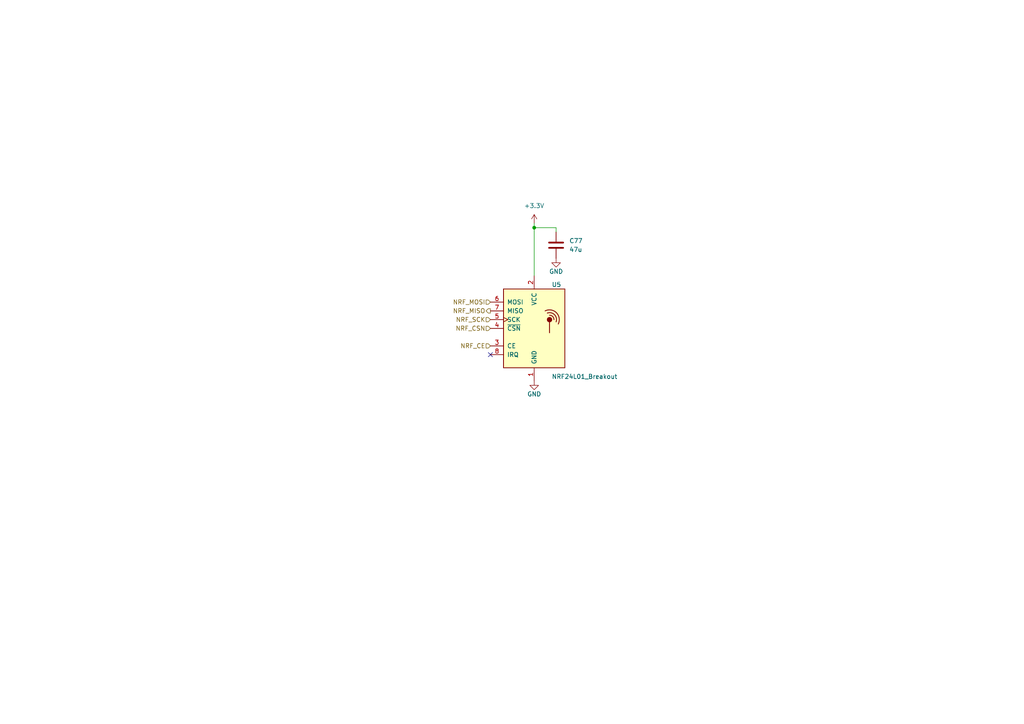
<source format=kicad_sch>
(kicad_sch (version 20211123) (generator eeschema)
  (paper "A4")
  (title_block (title "BLDC Electronic Speed Controller 1.0") (date "2023-01-19") (rev "ESC 1.0") (company "Electrium Mobility") (comment 1 "NRF Chip"))
  (lib_symbols
    (symbol "Device:C" (pin_numbers hide) (pin_names (offset 0.254))
      (property "Reference" "C" (at 0.635 2.54 0))
      (property "Value" "C" (at 0.635 -2.54 0))
      (symbol "C_0_1"
        (polyline (pts (xy -2.032 -0.762) (xy 2.032 -0.762)) (stroke (width 0.508)))
        (polyline (pts (xy -2.032 0.762) (xy 2.032 0.762)) (stroke (width 0.508)))
      )
      (symbol "C_1_1"
        (pin passive line (at 0 3.81 270) (length 2.794) (name "~") (number "1"))
        (pin passive line (at 0 -3.81 90) (length 2.794) (name "~") (number "2"))
      )
    )
    (symbol "RF:NRF24L01_Breakout" (pin_names (offset 1.016))
      (property "Reference" "U" (at -8.89 12.7 0))
      (property "Value" "NRF24L01_Breakout" (at 3.81 12.7 0))
      (symbol "NRF24L01_Breakout_0_1"
        (rectangle (start -8.89 11.43) (end 8.89 -11.43) (stroke (width 0.254)) (fill (type background)))
        (polyline (pts (xy 4.445 1.905) (xy 4.445 -1.27)) (stroke (width 0.254)))
        (circle (center 4.445 2.54) (radius 0.635) (stroke (width 0.254)) (fill (type outline)))
        (arc (start 5.715 2.54) (mid 5.3521 3.4546) (end 4.445 3.81) (stroke (width 0.254)))
        (arc (start 6.35 1.905) (mid 5.8763 3.9854) (end 3.81 4.445) (stroke (width 0.254)))
        (arc (start 6.985 1.27) (mid 6.453 4.548) (end 3.175 5.08) (stroke (width 0.254)))
      )
      (symbol "NRF24L01_Breakout_1_1"
        (pin power_in line (at 0 -15.24 90) (length 3.81) (name "GND") (number "1"))
        (pin power_in line (at 0 15.24 270) (length 3.81) (name "VCC") (number "2"))
        (pin input line (at -12.7 -5.08 0) (length 3.81) (name "CE") (number "3"))
        (pin input line (at -12.7 0 0) (length 3.81) (name "~{CSN}") (number "4"))
        (pin input clock (at -12.7 2.54 0) (length 3.81) (name "SCK") (number "5"))
        (pin input line (at -12.7 7.62 0) (length 3.81) (name "MOSI") (number "6"))
        (pin output line (at -12.7 5.08 0) (length 3.81) (name "MISO") (number "7"))
        (pin output line (at -12.7 -7.62 0) (length 3.81) (name "IRQ") (number "8"))
      )
    )
    (symbol "power:+3.3V" (power) (pin_names (offset 0))
      (property "Value" "+3.3V" (at 0 3.556 0))
      (symbol "+3.3V_0_1"
        (polyline (pts (xy -0.762 1.27) (xy 0 2.54)))
        (polyline (pts (xy 0 0) (xy 0 2.54)))
        (polyline (pts (xy 0 2.54) (xy 0.762 1.27)))
      )
      (symbol "+3.3V_1_1"
        (pin power_in line (at 0 0 90) (length 0) hide (name "+3.3V") (number "1"))
      )
    )
    (symbol "power:GND" (power) (pin_names (offset 0))
      (property "Value" "GND" (at 0 -3.81 0))
      (symbol "GND_0_1"
        (polyline (pts (xy 0 0) (xy 0 -1.27) (xy 1.27 -1.27) (xy 0 -2.54) (xy -1.27 -1.27) (xy 0 -1.27)))
      )
      (symbol "GND_1_1"
        (pin power_in line (at 0 0 270) (length 0) hide (name "GND") (number "1"))
      )
    )
  )
  (junction (at 154.94 66.04))
  (no_connect (at 142.24 102.87))
  (wire (pts (xy 161.29 66.04) (xy 161.29 67.31)))
  (wire (pts (xy 154.94 66.04) (xy 161.29 66.04)))
  (wire (pts (xy 154.94 66.04) (xy 154.94 80.01)))
  (wire (pts (xy 154.94 64.77) (xy 154.94 66.04)))
  (hierarchical_label "NRF_SCK" (shape input) (at 142.24 92.71 180))
  (hierarchical_label "NRF_MISO" (shape output) (at 142.24 90.17 180))
  (hierarchical_label "NRF_MOSI" (shape input) (at 142.24 87.63 180))
  (hierarchical_label "NRF_CE" (shape input) (at 142.24 100.33 180))
  (hierarchical_label "NRF_CSN" (shape input) (at 142.24 95.25 180))
  (symbol (lib_id "power:GND") (at 154.94 110.49 0) (unit 1)
    (property "Reference" "#PWR0171" (effects hide))
    (property "Value" "GND" (at 154.94 114.3 0))
  )
  (symbol (lib_id "power:GND") (at 161.29 74.93 0) (unit 1)
    (property "Reference" "#PWR0172" (effects hide))
    (property "Value" "GND" (at 161.29 78.74 0))
  )
  (symbol (lib_id "Device:C") (at 161.29 71.12 0) (unit 1)
    (property "Reference" "C77" (at 165.1 69.8499 0) (effects (justify left)))
    (property "Value" "47u" (at 165.1 72.3899 0) (effects (justify left)))
    (property "Footprint" "Capacitor_THT:CP_Radial_D4.0mm_P1.50mm" (effects hide))
  )
  (symbol (lib_id "RF:NRF24L01_Breakout") (at 154.94 95.25 0) (unit 1)
    (property "Reference" "U5" (at 160.02 82.55 0) (effects (justify left)))
    (property "Value" "NRF24L01_Breakout" (at 160.02 109.22 0) (effects (justify left)))
    (property "Footprint" "RF_Module:nRF24L01_Breakout" (effects hide))
    (property "Datasheet" "http://www.nordicsemi.com/eng/content/download/2730/34105/file/nRF24L01_Product_Specification_v2_0.pdf" (effects hide))
  )
  (symbol (lib_id "power:+3.3V") (at 154.94 64.77 0) (unit 1)
    (property "Reference" "#PWR0173" (effects hide))
    (property "Value" "+3.3V" (at 154.94 59.69 0))
  )
)
</source>
